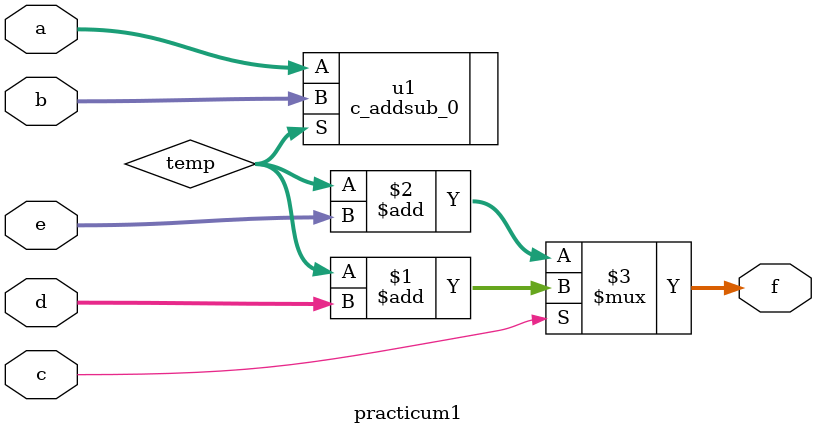
<source format=v>
`timescale 1ns / 1ps

module practicum1 (
  input [15:0] a, b, d, e,
  input c,
  output [15:0] f
);

wire [15:0] temp;

//assign temp = a + b;
c_addsub_0 u1 (.A(a), .B(b), .S(temp));

assign f = c ? temp + d : temp + e;

endmodule

</source>
